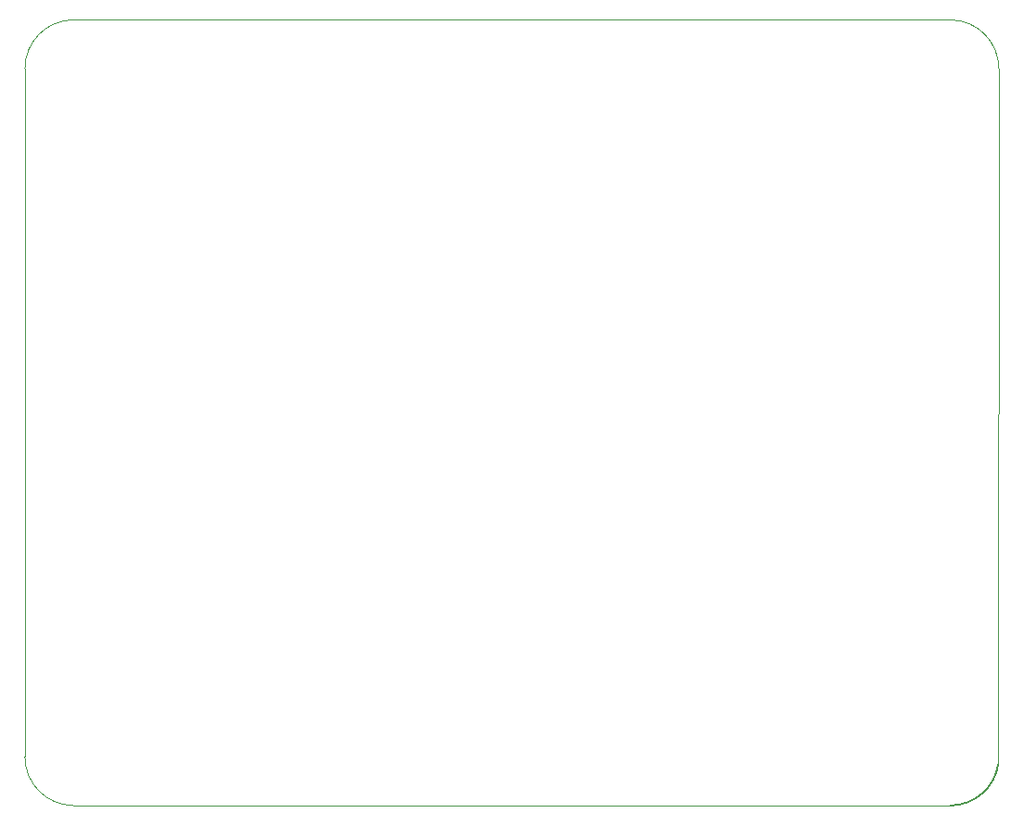
<source format=gbr>
G04 #@! TF.GenerationSoftware,KiCad,Pcbnew,5.1.5-52549c5~84~ubuntu19.10.1*
G04 #@! TF.CreationDate,2020-02-18T09:16:58-05:00*
G04 #@! TF.ProjectId,adapter,61646170-7465-4722-9e6b-696361645f70,rev?*
G04 #@! TF.SameCoordinates,Original*
G04 #@! TF.FileFunction,Profile,NP*
%FSLAX46Y46*%
G04 Gerber Fmt 4.6, Leading zero omitted, Abs format (unit mm)*
G04 Created by KiCad (PCBNEW 5.1.5-52549c5~84~ubuntu19.10.1) date 2020-02-18 09:16:58*
%MOMM*%
%LPD*%
G04 APERTURE LIST*
%ADD10C,0.100000*%
%ADD11C,0.150000*%
G04 APERTURE END LIST*
D10*
X57150000Y-111760000D02*
X57150000Y-48895000D01*
X141605000Y-116205000D02*
X61595000Y-116205000D01*
X146050000Y-48895000D02*
X146005655Y-112386306D01*
X61595000Y-44450000D02*
X141605000Y-44450000D01*
X57150000Y-48895000D02*
G75*
G02X61595000Y-44450000I4445000J0D01*
G01*
X141605000Y-44450000D02*
G75*
G02X146050000Y-48895000I0J-4445000D01*
G01*
X61595000Y-116205000D02*
G75*
G02X57150000Y-111760000I0J4445000D01*
G01*
D11*
X146005655Y-112386306D02*
G75*
G02X141605000Y-116205000I-4400655J626306D01*
G01*
M02*

</source>
